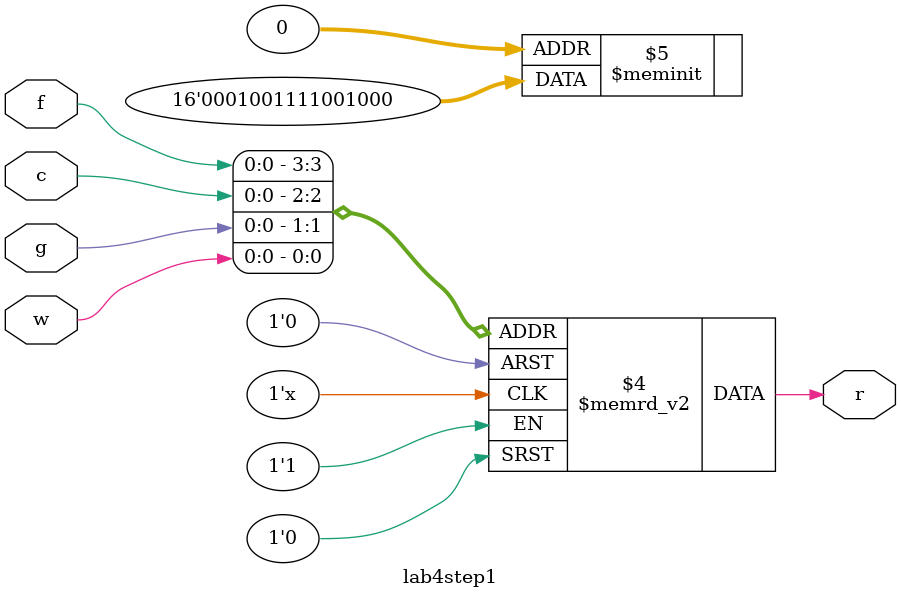
<source format=v>
module lab4step1 (c,g,f,r,w);
	input c,g,w,f;
	output r;
	reg r;
	always @(f or c or g or w)
	begin
		case({f,c,g,w})
			4'b0000: r='b0;
			4'b0001: r='b0;
			4'b0010: r='b0;
			4'b0011: r='b1;
			4'b0100: r='b0;
			4'b0101: r='b0;
			4'b0110: r='b1;
			4'b0111: r='b1;
			4'b1000: r='b1;
			4'b1001: r='b1;
			4'b1010: r='b0;
			4'b1011: r='b0;
			4'b1100: r='b1;
			4'b1101: r='b0;
			4'b1110: r='b0;
			4'b1111: r='b0;
		endcase
	end
	
endmodule
		
		
</source>
